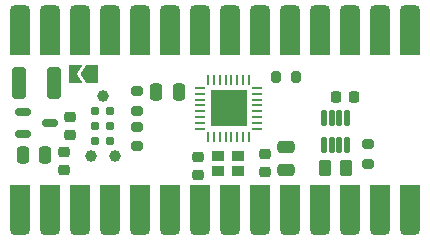
<source format=gbr>
%TF.GenerationSoftware,KiCad,Pcbnew,7.0.7*%
%TF.CreationDate,2024-01-12T14:51:30-08:00*%
%TF.ProjectId,Waffle_Mini_v0,57616666-6c65-45f4-9d69-6e695f76302e,rev?*%
%TF.SameCoordinates,Original*%
%TF.FileFunction,Soldermask,Top*%
%TF.FilePolarity,Negative*%
%FSLAX46Y46*%
G04 Gerber Fmt 4.6, Leading zero omitted, Abs format (unit mm)*
G04 Created by KiCad (PCBNEW 7.0.7) date 2024-01-12 14:51:30*
%MOMM*%
%LPD*%
G01*
G04 APERTURE LIST*
G04 Aperture macros list*
%AMRoundRect*
0 Rectangle with rounded corners*
0 $1 Rounding radius*
0 $2 $3 $4 $5 $6 $7 $8 $9 X,Y pos of 4 corners*
0 Add a 4 corners polygon primitive as box body*
4,1,4,$2,$3,$4,$5,$6,$7,$8,$9,$2,$3,0*
0 Add four circle primitives for the rounded corners*
1,1,$1+$1,$2,$3*
1,1,$1+$1,$4,$5*
1,1,$1+$1,$6,$7*
1,1,$1+$1,$8,$9*
0 Add four rect primitives between the rounded corners*
20,1,$1+$1,$2,$3,$4,$5,0*
20,1,$1+$1,$4,$5,$6,$7,0*
20,1,$1+$1,$6,$7,$8,$9,0*
20,1,$1+$1,$8,$9,$2,$3,0*%
%AMFreePoly0*
4,1,6,1.000000,0.000000,0.500000,-0.750000,-0.500000,-0.750000,-0.500000,0.750000,0.500000,0.750000,1.000000,0.000000,1.000000,0.000000,$1*%
%AMFreePoly1*
4,1,6,0.500000,-0.750000,-0.650000,-0.750000,-0.150000,0.000000,-0.650000,0.750000,0.500000,0.750000,0.500000,-0.750000,0.500000,-0.750000,$1*%
%AMFreePoly2*
4,1,19,0.850000,-2.000000,0.845017,-2.091901,0.805505,-2.271406,0.728329,-2.438221,0.617096,-2.584545,0.477009,-2.703536,0.314617,-2.789630,0.137515,-2.838803,-0.046018,-2.848753,-0.227399,-2.819017,-0.398147,-2.750985,-0.550278,-2.647838,-0.676679,-2.514398,-0.771439,-2.356906,-0.830127,-2.182725,-0.850000,-2.000000,-0.850000,0.850000,0.850000,0.850000,0.850000,-2.000000,0.850000,-2.000000,
$1*%
G04 Aperture macros list end*
%ADD10RoundRect,0.200000X-0.275000X0.200000X-0.275000X-0.200000X0.275000X-0.200000X0.275000X0.200000X0*%
%ADD11RoundRect,0.125000X-0.125000X0.537500X-0.125000X-0.537500X0.125000X-0.537500X0.125000X0.537500X0*%
%ADD12RoundRect,0.250000X0.262500X0.450000X-0.262500X0.450000X-0.262500X-0.450000X0.262500X-0.450000X0*%
%ADD13RoundRect,0.225000X-0.225000X-0.250000X0.225000X-0.250000X0.225000X0.250000X-0.225000X0.250000X0*%
%ADD14R,1.100000X0.900000*%
%ADD15RoundRect,0.225000X-0.250000X0.225000X-0.250000X-0.225000X0.250000X-0.225000X0.250000X0.225000X0*%
%ADD16FreePoly0,180.000000*%
%ADD17FreePoly1,180.000000*%
%ADD18FreePoly2,0.000000*%
%ADD19RoundRect,0.425000X-0.425000X-0.425000X0.425000X-0.425000X0.425000X0.425000X-0.425000X0.425000X0*%
%ADD20FreePoly2,180.000000*%
%ADD21RoundRect,0.425000X0.425000X0.425000X-0.425000X0.425000X-0.425000X-0.425000X0.425000X-0.425000X0*%
%ADD22RoundRect,0.062500X-0.062500X0.375000X-0.062500X-0.375000X0.062500X-0.375000X0.062500X0.375000X0*%
%ADD23RoundRect,0.062500X-0.375000X0.062500X-0.375000X-0.062500X0.375000X-0.062500X0.375000X0.062500X0*%
%ADD24R,3.150000X3.150000*%
%ADD25RoundRect,0.250000X-0.475000X0.250000X-0.475000X-0.250000X0.475000X-0.250000X0.475000X0.250000X0*%
%ADD26RoundRect,0.200000X0.200000X0.275000X-0.200000X0.275000X-0.200000X-0.275000X0.200000X-0.275000X0*%
%ADD27RoundRect,0.250000X0.250000X0.475000X-0.250000X0.475000X-0.250000X-0.475000X0.250000X-0.475000X0*%
%ADD28C,0.990600*%
%ADD29C,0.787400*%
%ADD30RoundRect,0.200000X0.275000X-0.200000X0.275000X0.200000X-0.275000X0.200000X-0.275000X-0.200000X0*%
%ADD31RoundRect,0.250000X-0.325000X-1.100000X0.325000X-1.100000X0.325000X1.100000X-0.325000X1.100000X0*%
%ADD32RoundRect,0.150000X-0.512500X-0.150000X0.512500X-0.150000X0.512500X0.150000X-0.512500X0.150000X0*%
%ADD33RoundRect,0.250000X-0.250000X-0.475000X0.250000X-0.475000X0.250000X0.475000X-0.250000X0.475000X0*%
G04 APERTURE END LIST*
D10*
%TO.C,R6*%
X164100000Y-97275000D03*
X164100000Y-98925000D03*
%TD*%
D11*
%TO.C,U3*%
X162275000Y-95062500D03*
X161625000Y-95062500D03*
X160975000Y-95062500D03*
X160325000Y-95062500D03*
X160325000Y-97337500D03*
X160975000Y-97337500D03*
X161625000Y-97337500D03*
X162275000Y-97337500D03*
%TD*%
D12*
%TO.C,R5*%
X162212500Y-99300000D03*
X160387500Y-99300000D03*
%TD*%
D13*
%TO.C,C7*%
X161325000Y-93300000D03*
X162875000Y-93300000D03*
%TD*%
D14*
%TO.C,X2*%
X151350000Y-99550000D03*
X153050000Y-99550000D03*
X153050000Y-98250000D03*
X151350000Y-98250000D03*
%TD*%
D15*
%TO.C,C4*%
X149700000Y-98325000D03*
X149700000Y-99875000D03*
%TD*%
D16*
%TO.C,JP1*%
X140725000Y-91325000D03*
D17*
X139275000Y-91325000D03*
%TD*%
D18*
%TO.C,J15*%
X152400000Y-101600000D03*
D19*
X152400000Y-104140000D03*
%TD*%
D20*
%TO.C,J7*%
X144780000Y-88900000D03*
D21*
X144780000Y-86360000D03*
%TD*%
D18*
%TO.C,J25*%
X134620000Y-101600000D03*
D19*
X134620000Y-104140000D03*
%TD*%
D15*
%TO.C,C3*%
X155306250Y-98125000D03*
X155306250Y-99675000D03*
%TD*%
D22*
%TO.C,U1*%
X154000000Y-91812500D03*
X153500000Y-91812500D03*
X153000000Y-91812500D03*
X152500000Y-91812500D03*
X152000000Y-91812500D03*
X151500000Y-91812500D03*
X151000000Y-91812500D03*
X150500000Y-91812500D03*
D23*
X149812500Y-92500000D03*
X149812500Y-93000000D03*
X149812500Y-93500000D03*
X149812500Y-94000000D03*
X149812500Y-94500000D03*
X149812500Y-95000000D03*
X149812500Y-95500000D03*
X149812500Y-96000000D03*
D22*
X150500000Y-96687500D03*
X151000000Y-96687500D03*
X151500000Y-96687500D03*
X152000000Y-96687500D03*
X152500000Y-96687500D03*
X153000000Y-96687500D03*
X153500000Y-96687500D03*
X154000000Y-96687500D03*
D23*
X154687500Y-96000000D03*
X154687500Y-95500000D03*
X154687500Y-95000000D03*
X154687500Y-94500000D03*
X154687500Y-94000000D03*
X154687500Y-93500000D03*
X154687500Y-93000000D03*
X154687500Y-92500000D03*
D24*
X152250000Y-94250000D03*
%TD*%
D20*
%TO.C,J21*%
X165100000Y-88900000D03*
D21*
X165100000Y-86360000D03*
%TD*%
D20*
%TO.C,J9*%
X139700000Y-88900000D03*
D21*
X139700000Y-86360000D03*
%TD*%
D18*
%TO.C,J18*%
X160020000Y-101600000D03*
D19*
X160020000Y-104140000D03*
%TD*%
D20*
%TO.C,J23*%
X160020000Y-88900000D03*
D21*
X160020000Y-86360000D03*
%TD*%
D18*
%TO.C,J12*%
X144780000Y-101600000D03*
D19*
X144780000Y-104140000D03*
%TD*%
D10*
%TO.C,R2*%
X144500000Y-94450000D03*
X144500000Y-92800000D03*
%TD*%
D18*
%TO.C,J27*%
X137160000Y-101600000D03*
D19*
X137160000Y-104140000D03*
%TD*%
D25*
%TO.C,C5*%
X157106250Y-97550000D03*
X157106250Y-99450000D03*
%TD*%
D15*
%TO.C,C9*%
X138300000Y-97950000D03*
X138300000Y-99500000D03*
%TD*%
D20*
%TO.C,J4*%
X152400000Y-88900000D03*
D21*
X152400000Y-86360000D03*
%TD*%
D20*
%TO.C,J29*%
X167640000Y-88900000D03*
D21*
X167640000Y-86360000D03*
%TD*%
D20*
%TO.C,J6*%
X147320000Y-88900000D03*
D21*
X147320000Y-86360000D03*
%TD*%
D20*
%TO.C,J22*%
X162560000Y-88900000D03*
D21*
X162560000Y-86360000D03*
%TD*%
D20*
%TO.C,J26*%
X137160000Y-88900000D03*
D21*
X137160000Y-86360000D03*
%TD*%
D26*
%TO.C,R4*%
X157925000Y-91550000D03*
X156275000Y-91550000D03*
%TD*%
D27*
%TO.C,C6*%
X148050000Y-92900000D03*
X146150000Y-92900000D03*
%TD*%
D20*
%TO.C,J8*%
X142240000Y-88900000D03*
D21*
X142240000Y-86360000D03*
%TD*%
D20*
%TO.C,J2*%
X157480000Y-88900000D03*
D21*
X157480000Y-86360000D03*
%TD*%
D18*
%TO.C,J13*%
X147320000Y-101600000D03*
D19*
X147320000Y-104140000D03*
%TD*%
D20*
%TO.C,J24*%
X134620000Y-88900000D03*
D21*
X134620000Y-86360000D03*
%TD*%
D28*
%TO.C,J1*%
X141605000Y-93160000D03*
X142621000Y-98240000D03*
X140589000Y-98240000D03*
D29*
X140970000Y-94430000D03*
X142240000Y-94430000D03*
X140970000Y-95700000D03*
X142240000Y-95700000D03*
X140970000Y-96970000D03*
X142240000Y-96970000D03*
%TD*%
D18*
%TO.C,J11*%
X142240000Y-101600000D03*
D19*
X142240000Y-104140000D03*
%TD*%
D18*
%TO.C,J28*%
X167640000Y-101600000D03*
D19*
X167640000Y-104140000D03*
%TD*%
D30*
%TO.C,R3*%
X144500000Y-95800000D03*
X144500000Y-97450000D03*
%TD*%
D18*
%TO.C,J14*%
X149860000Y-101600000D03*
D19*
X149860000Y-104140000D03*
%TD*%
D31*
%TO.C,C10*%
X134525000Y-92100000D03*
X137475000Y-92100000D03*
%TD*%
D32*
%TO.C,U2*%
X134825000Y-94550000D03*
X134825000Y-96450000D03*
X137100000Y-95500000D03*
%TD*%
D20*
%TO.C,J5*%
X149860000Y-88900000D03*
D21*
X149860000Y-86360000D03*
%TD*%
D33*
%TO.C,C2*%
X134850000Y-98200000D03*
X136750000Y-98200000D03*
%TD*%
D20*
%TO.C,J3*%
X154940000Y-88900000D03*
D21*
X154940000Y-86360000D03*
%TD*%
D18*
%TO.C,J16*%
X154940000Y-101600000D03*
D19*
X154940000Y-104140000D03*
%TD*%
D18*
%TO.C,J20*%
X165100000Y-101600000D03*
D19*
X165100000Y-104140000D03*
%TD*%
D18*
%TO.C,J17*%
X157480000Y-101600000D03*
D19*
X157480000Y-104140000D03*
%TD*%
D18*
%TO.C,J19*%
X162560000Y-101600000D03*
D19*
X162560000Y-104140000D03*
%TD*%
D15*
%TO.C,C11*%
X138800000Y-96500000D03*
X138800000Y-94950000D03*
%TD*%
D18*
%TO.C,J10*%
X139700000Y-101600000D03*
D19*
X139700000Y-104140000D03*
%TD*%
M02*

</source>
